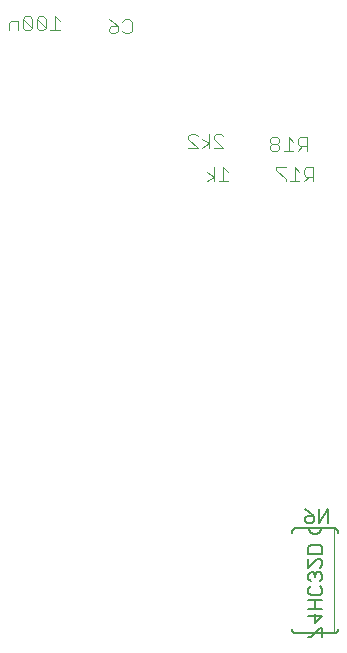
<source format=gbo>
G75*
%MOIN*%
%OFA0B0*%
%FSLAX25Y25*%
%IPPOS*%
%LPD*%
%AMOC8*
5,1,8,0,0,1.08239X$1,22.5*
%
%ADD10C,0.00400*%
%ADD11C,0.00600*%
%ADD12C,0.00200*%
%ADD13C,0.00500*%
D10*
X0149910Y0236906D02*
X0152212Y0238440D01*
X0149910Y0239975D01*
X0152212Y0241509D02*
X0152212Y0236906D01*
X0153747Y0236906D02*
X0156816Y0236906D01*
X0155281Y0236906D02*
X0155281Y0241509D01*
X0156816Y0239975D01*
X0155100Y0248000D02*
X0152031Y0248000D01*
X0150496Y0248000D02*
X0150496Y0252604D01*
X0152031Y0251837D02*
X0152798Y0252604D01*
X0154333Y0252604D01*
X0155100Y0251837D01*
X0152031Y0251837D02*
X0152031Y0251069D01*
X0155100Y0248000D01*
X0150496Y0249535D02*
X0148194Y0251069D01*
X0146659Y0251837D02*
X0145892Y0252604D01*
X0144358Y0252604D01*
X0143590Y0251837D01*
X0143590Y0251069D01*
X0146659Y0248000D01*
X0143590Y0248000D01*
X0148194Y0248000D02*
X0150496Y0249535D01*
X0170823Y0250069D02*
X0171590Y0249302D01*
X0173125Y0249302D01*
X0173892Y0250069D01*
X0173892Y0250837D01*
X0173125Y0251604D01*
X0171590Y0251604D01*
X0170823Y0250837D01*
X0170823Y0250069D01*
X0171590Y0249302D02*
X0170823Y0248535D01*
X0170823Y0247767D01*
X0171590Y0247000D01*
X0173125Y0247000D01*
X0173892Y0247767D01*
X0173892Y0248535D01*
X0173125Y0249302D01*
X0175427Y0247000D02*
X0178496Y0247000D01*
X0176961Y0247000D02*
X0176961Y0251604D01*
X0178496Y0250069D01*
X0180031Y0249302D02*
X0180798Y0248535D01*
X0183100Y0248535D01*
X0181565Y0248535D02*
X0180031Y0247000D01*
X0180031Y0249302D02*
X0180031Y0250837D01*
X0180798Y0251604D01*
X0183100Y0251604D01*
X0183100Y0247000D01*
X0182885Y0241509D02*
X0182118Y0240742D01*
X0182118Y0239207D01*
X0182885Y0238440D01*
X0185187Y0238440D01*
X0183653Y0238440D02*
X0182118Y0236906D01*
X0180583Y0236906D02*
X0177514Y0236906D01*
X0175980Y0236906D02*
X0175980Y0237673D01*
X0172910Y0240742D01*
X0172910Y0241509D01*
X0175980Y0241509D01*
X0179049Y0241509D02*
X0179049Y0236906D01*
X0180583Y0239975D02*
X0179049Y0241509D01*
X0182885Y0241509D02*
X0185187Y0241509D01*
X0185187Y0236906D01*
X0124631Y0286988D02*
X0123864Y0286220D01*
X0122330Y0286220D01*
X0121562Y0286988D01*
X0120028Y0286988D02*
X0119260Y0286220D01*
X0117726Y0286220D01*
X0116958Y0286988D01*
X0116958Y0287755D01*
X0117726Y0288522D01*
X0120028Y0288522D01*
X0120028Y0286988D01*
X0120028Y0288522D02*
X0118493Y0290057D01*
X0116958Y0290824D01*
X0121562Y0290057D02*
X0122330Y0290824D01*
X0123864Y0290824D01*
X0124631Y0290057D01*
X0124631Y0286988D01*
X0100631Y0287220D02*
X0097562Y0287220D01*
X0099097Y0287220D02*
X0099097Y0291824D01*
X0100631Y0290290D01*
X0096028Y0291057D02*
X0096028Y0287988D01*
X0092958Y0291057D01*
X0092958Y0287988D01*
X0093726Y0287220D01*
X0095260Y0287220D01*
X0096028Y0287988D01*
X0096028Y0291057D02*
X0095260Y0291824D01*
X0093726Y0291824D01*
X0092958Y0291057D01*
X0091424Y0291057D02*
X0091424Y0287988D01*
X0088354Y0291057D01*
X0088354Y0287988D01*
X0089122Y0287220D01*
X0090656Y0287220D01*
X0091424Y0287988D01*
X0091424Y0291057D02*
X0090656Y0291824D01*
X0089122Y0291824D01*
X0088354Y0291057D01*
X0086820Y0290290D02*
X0086820Y0287220D01*
X0083750Y0287220D02*
X0083750Y0289522D01*
X0084518Y0290290D01*
X0086820Y0290290D01*
D11*
X0179600Y0086300D02*
X0192000Y0086300D01*
X0192076Y0086302D01*
X0192152Y0086308D01*
X0192227Y0086317D01*
X0192302Y0086331D01*
X0192376Y0086348D01*
X0192449Y0086369D01*
X0192521Y0086393D01*
X0192592Y0086422D01*
X0192661Y0086453D01*
X0192728Y0086488D01*
X0192793Y0086527D01*
X0192857Y0086569D01*
X0192918Y0086614D01*
X0192977Y0086662D01*
X0193033Y0086713D01*
X0193087Y0086767D01*
X0193138Y0086823D01*
X0193186Y0086882D01*
X0193231Y0086943D01*
X0193273Y0087007D01*
X0193312Y0087072D01*
X0193347Y0087139D01*
X0193378Y0087208D01*
X0193407Y0087279D01*
X0193431Y0087351D01*
X0193452Y0087424D01*
X0193469Y0087498D01*
X0193483Y0087573D01*
X0193492Y0087648D01*
X0193498Y0087724D01*
X0193500Y0087800D01*
X0179600Y0086300D02*
X0179524Y0086302D01*
X0179448Y0086308D01*
X0179373Y0086317D01*
X0179298Y0086331D01*
X0179224Y0086348D01*
X0179151Y0086369D01*
X0179079Y0086393D01*
X0179008Y0086422D01*
X0178939Y0086453D01*
X0178872Y0086488D01*
X0178807Y0086527D01*
X0178743Y0086569D01*
X0178682Y0086614D01*
X0178623Y0086662D01*
X0178567Y0086713D01*
X0178513Y0086767D01*
X0178462Y0086823D01*
X0178414Y0086882D01*
X0178369Y0086943D01*
X0178327Y0087007D01*
X0178288Y0087072D01*
X0178253Y0087139D01*
X0178222Y0087208D01*
X0178193Y0087279D01*
X0178169Y0087351D01*
X0178148Y0087424D01*
X0178131Y0087498D01*
X0178117Y0087573D01*
X0178108Y0087648D01*
X0178102Y0087724D01*
X0178100Y0087800D01*
X0178100Y0119800D02*
X0178102Y0119876D01*
X0178108Y0119952D01*
X0178117Y0120027D01*
X0178131Y0120102D01*
X0178148Y0120176D01*
X0178169Y0120249D01*
X0178193Y0120321D01*
X0178222Y0120392D01*
X0178253Y0120461D01*
X0178288Y0120528D01*
X0178327Y0120593D01*
X0178369Y0120657D01*
X0178414Y0120718D01*
X0178462Y0120777D01*
X0178513Y0120833D01*
X0178567Y0120887D01*
X0178623Y0120938D01*
X0178682Y0120986D01*
X0178743Y0121031D01*
X0178807Y0121073D01*
X0178872Y0121112D01*
X0178939Y0121147D01*
X0179008Y0121178D01*
X0179079Y0121207D01*
X0179151Y0121231D01*
X0179224Y0121252D01*
X0179298Y0121269D01*
X0179373Y0121283D01*
X0179448Y0121292D01*
X0179524Y0121298D01*
X0179600Y0121300D01*
X0183800Y0121300D01*
X0187800Y0121300D01*
X0192000Y0121300D01*
X0192076Y0121298D01*
X0192152Y0121292D01*
X0192227Y0121283D01*
X0192302Y0121269D01*
X0192376Y0121252D01*
X0192449Y0121231D01*
X0192521Y0121207D01*
X0192592Y0121178D01*
X0192661Y0121147D01*
X0192728Y0121112D01*
X0192793Y0121073D01*
X0192857Y0121031D01*
X0192918Y0120986D01*
X0192977Y0120938D01*
X0193033Y0120887D01*
X0193087Y0120833D01*
X0193138Y0120777D01*
X0193186Y0120718D01*
X0193231Y0120657D01*
X0193273Y0120593D01*
X0193312Y0120528D01*
X0193347Y0120461D01*
X0193378Y0120392D01*
X0193407Y0120321D01*
X0193431Y0120249D01*
X0193452Y0120176D01*
X0193469Y0120102D01*
X0193483Y0120027D01*
X0193492Y0119952D01*
X0193498Y0119876D01*
X0193500Y0119800D01*
X0187800Y0121300D02*
X0187798Y0121212D01*
X0187792Y0121123D01*
X0187782Y0121035D01*
X0187769Y0120948D01*
X0187751Y0120861D01*
X0187730Y0120775D01*
X0187705Y0120690D01*
X0187676Y0120607D01*
X0187643Y0120524D01*
X0187607Y0120444D01*
X0187568Y0120365D01*
X0187525Y0120287D01*
X0187478Y0120212D01*
X0187428Y0120139D01*
X0187375Y0120068D01*
X0187319Y0119999D01*
X0187260Y0119933D01*
X0187198Y0119870D01*
X0187134Y0119810D01*
X0187067Y0119752D01*
X0186997Y0119698D01*
X0186925Y0119646D01*
X0186851Y0119598D01*
X0186774Y0119553D01*
X0186696Y0119512D01*
X0186616Y0119474D01*
X0186535Y0119440D01*
X0186452Y0119409D01*
X0186367Y0119382D01*
X0186282Y0119359D01*
X0186196Y0119340D01*
X0186108Y0119324D01*
X0186021Y0119312D01*
X0185933Y0119304D01*
X0185844Y0119300D01*
X0185756Y0119300D01*
X0185667Y0119304D01*
X0185579Y0119312D01*
X0185492Y0119324D01*
X0185404Y0119340D01*
X0185318Y0119359D01*
X0185233Y0119382D01*
X0185148Y0119409D01*
X0185065Y0119440D01*
X0184984Y0119474D01*
X0184904Y0119512D01*
X0184826Y0119553D01*
X0184749Y0119598D01*
X0184675Y0119646D01*
X0184603Y0119698D01*
X0184533Y0119752D01*
X0184466Y0119810D01*
X0184402Y0119870D01*
X0184340Y0119933D01*
X0184281Y0119999D01*
X0184225Y0120068D01*
X0184172Y0120139D01*
X0184122Y0120212D01*
X0184075Y0120287D01*
X0184032Y0120365D01*
X0183993Y0120444D01*
X0183957Y0120524D01*
X0183924Y0120607D01*
X0183895Y0120690D01*
X0183870Y0120775D01*
X0183849Y0120861D01*
X0183831Y0120948D01*
X0183818Y0121035D01*
X0183808Y0121123D01*
X0183802Y0121212D01*
X0183800Y0121300D01*
D12*
X0192100Y0121300D02*
X0192100Y0086300D01*
D13*
X0188054Y0085072D02*
X0188054Y0088075D01*
X0187303Y0088075D01*
X0184301Y0085072D01*
X0183550Y0085072D01*
X0185802Y0089676D02*
X0185802Y0092679D01*
X0185802Y0094280D02*
X0185802Y0097283D01*
X0187303Y0098884D02*
X0184301Y0098884D01*
X0183550Y0099635D01*
X0183550Y0101136D01*
X0184301Y0101887D01*
X0184301Y0103488D02*
X0183550Y0104239D01*
X0183550Y0105740D01*
X0184301Y0106491D01*
X0185051Y0106491D01*
X0185802Y0105740D01*
X0185802Y0104989D01*
X0185802Y0105740D02*
X0186553Y0106491D01*
X0187303Y0106491D01*
X0188054Y0105740D01*
X0188054Y0104239D01*
X0187303Y0103488D01*
X0187303Y0101887D02*
X0188054Y0101136D01*
X0188054Y0099635D01*
X0187303Y0098884D01*
X0188054Y0097283D02*
X0183550Y0097283D01*
X0183550Y0094280D02*
X0188054Y0094280D01*
X0188054Y0091928D02*
X0185802Y0089676D01*
X0183550Y0091928D02*
X0188054Y0091928D01*
X0187303Y0108092D02*
X0188054Y0108843D01*
X0188054Y0110344D01*
X0187303Y0111095D01*
X0186553Y0111095D01*
X0183550Y0108092D01*
X0183550Y0111095D01*
X0183550Y0112696D02*
X0183550Y0114948D01*
X0184301Y0115699D01*
X0187303Y0115699D01*
X0188054Y0114948D01*
X0188054Y0112696D01*
X0183550Y0112696D01*
X0183194Y0123050D02*
X0182444Y0123801D01*
X0182444Y0124551D01*
X0183194Y0125302D01*
X0185446Y0125302D01*
X0185446Y0123801D01*
X0184695Y0123050D01*
X0183194Y0123050D01*
X0185446Y0125302D02*
X0183945Y0126803D01*
X0182444Y0127554D01*
X0187047Y0127554D02*
X0187047Y0123050D01*
X0190050Y0127554D01*
X0190050Y0123050D01*
M02*

</source>
